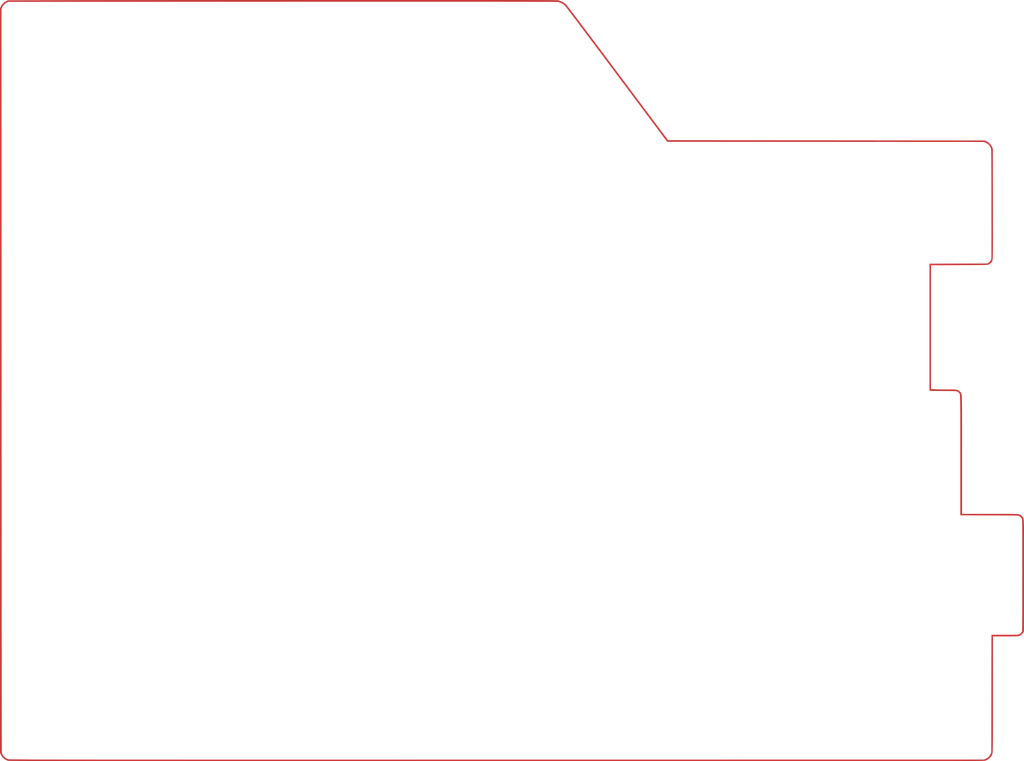
<source format=kicad_pcb>

(kicad_pcb (version 4) (host pcbnew 4.0.7)

	(general
		(links 0)
		(no_connects 0)
		(area 77.052499 41.877835 92.193313 53.630501)
		(thickness 1.6)
		(drawings 8)
		(tracks 0)
		(zones 0)
		(modules 1)
		(nets 1)
	)

	(page A4)
	(layers
		(0 F.Cu signal)
		(31 B.Cu signal)
		(32 B.Adhes user)
		(33 F.Adhes user)
		(34 B.Paste user)
		(35 F.Paste user)
		(36 B.SilkS user)
		(37 F.SilkS user)
		(38 B.Mask user)
		(39 F.Mask user)
		(40 Dwgs.User user)
		(41 Cmts.User user)
		(42 Eco1.User user)
		(43 Eco2.User user)
		(44 Edge.Cuts user)
		(45 Margin user)
		(46 B.CrtYd user)
		(47 F.CrtYd user)
		(48 B.Fab user)
		(49 F.Fab user)
	)

	(setup
		(last_trace_width 0.25)
		(trace_clearance 0.2)
		(zone_clearance 0.508)
		(zone_45_only no)
		(trace_min 0.2)
		(segment_width 0.2)
		(edge_width 0.15)
		(via_size 0.6)
		(via_drill 0.4)
		(via_min_size 0.4)
		(via_min_drill 0.3)
		(uvia_size 0.3)
		(uvia_drill 0.1)
		(uvias_allowed no)
		(uvia_min_size 0.2)
		(uvia_min_drill 0.1)
		(pcb_text_width 0.3)
		(pcb_text_size 1.5 1.5)
		(mod_edge_width 0.15)
		(mod_text_size 1 1)
		(mod_text_width 0.15)
		(pad_size 1.524 1.524)
		(pad_drill 0.762)
		(pad_to_mask_clearance 0.2)
		(aux_axis_origin 0 0)
		(visible_elements FFFFFF7F)
		(pcbplotparams
			(layerselection 0x010f0_80000001)
			(usegerberextensions false)
			(excludeedgelayer true)
			(linewidth 0.100000)
			(plotframeref false)
			(viasonmask false)
			(mode 1)
			(useauxorigin false)
			(hpglpennumber 1)
			(hpglpenspeed 20)
			(hpglpendiameter 15)
			(hpglpenoverlay 2)
			(psnegative false)
			(psa4output false)
			(plotreference true)
			(plotvalue true)
			(plotinvisibletext false)
			(padsonsilk false)
			(subtractmaskfromsilk false)
			(outputformat 1)
			(mirror false)
			(drillshape 1)
			(scaleselection 1)
			(outputdirectory gerbers/))
	)

	(net 0 "")

	(net_class Default "This is the default net class."
		(clearance 0.2)
		(trace_width 0.25)
		(via_dia 0.6)
		(via_drill 0.4)
		(uvia_dia 0.3)
		(uvia_drill 0.1)
	)
(module LOGO (layer F.Cu)
  (at 0 0)
 (fp_text reference "G***" (at 0 0) (layer F.SilkS) hide
  (effects (font (thickness 0.3)))
  )
  (fp_text value "LOGO" (at 0.75 0) (layer F.SilkS) hide
  (effects (font (thickness 0.3)))
  )
  (fp_poly (pts (xy -13.777819 -59.768964) (xy -12.368968 -59.768843) (xy -11.029468 -59.768655) (xy -9.757619 -59.768397) (xy -8.551718 -59.768065) (xy -7.410065 -59.767657) (xy -6.330957 -59.767170) (xy -5.312693 -59.766601)
     (xy -4.353571 -59.765948) (xy -3.451890 -59.765206) (xy -2.605948 -59.764374) (xy -1.814043 -59.763448) (xy -1.074474 -59.762426) (xy -0.385539 -59.761305) (xy 0.254464 -59.760081) (xy 0.847235 -59.758753)
     (xy 1.394478 -59.757316) (xy 1.897893 -59.755769) (xy 2.359182 -59.754108) (xy 2.780046 -59.752330) (xy 3.162188 -59.750433) (xy 3.507309 -59.748413) (xy 3.817110 -59.746268) (xy 4.093294 -59.743995)
     (xy 4.337561 -59.741591) (xy 4.551614 -59.739053) (xy 4.737154 -59.736378) (xy 4.895882 -59.733563) (xy 5.029501 -59.730605) (xy 5.139712 -59.727502) (xy 5.228216 -59.724251) (xy 5.296715 -59.720849)
     (xy 5.346912 -59.717292) (xy 5.380507 -59.713578) (xy 5.392034 -59.711572) (xy 5.734936 -59.607648) (xy 6.079377 -59.447467) (xy 6.392064 -59.248015) (xy 6.540942 -59.125450) (xy 6.593644 -59.066250)
     (xy 6.696652 -58.939063) (xy 6.849913 -58.743963) (xy 7.053369 -58.481023) (xy 7.306967 -58.150318) (xy 7.610650 -57.751919) (xy 7.964364 -57.285901) (xy 8.368053 -56.752336) (xy 8.821662 -56.151298)
     (xy 9.325136 -55.482860) (xy 9.878419 -54.747096) (xy 10.481455 -53.944078) (xy 11.134191 -53.073881) (xy 11.836570 -52.136577) (xy 12.588537 -51.132240) (xy 13.390037 -50.060942) (xy 14.241014 -48.922758)
     (xy 14.514867 -48.556333) (xy 22.249806 -38.205833) (xy 46.589653 -38.184667) (xy 70.929500 -38.163500) (xy 71.213163 -38.029117) (xy 71.535966 -37.830888) (xy 71.801981 -37.570628) (xy 72.006428 -37.253117)
     (xy 72.022784 -37.219497) (xy 72.157167 -36.935833) (xy 72.168765 -28.405667) (xy 72.170229 -27.391462) (xy 72.171679 -26.458450) (xy 72.173007 -25.603156) (xy 72.174104 -24.822104) (xy 72.174864 -24.111821)
     (xy 72.175178 -23.468832) (xy 72.174939 -22.889663) (xy 72.174040 -22.370838) (xy 72.172371 -21.908884) (xy 72.169826 -21.500327) (xy 72.166297 -21.141690) (xy 72.161675 -20.829501) (xy 72.155854 -20.560284)
     (xy 72.148726 -20.330566) (xy 72.140183 -20.136870) (xy 72.130116 -19.975724) (xy 72.118419 -19.843652) (xy 72.104984 -19.737180) (xy 72.089703 -19.652834) (xy 72.072467 -19.587138) (xy 72.053171 -19.536619)
     (xy 72.031704 -19.497802) (xy 72.007961 -19.467212) (xy 71.981833 -19.441375) (xy 71.953213 -19.416817) (xy 71.921992 -19.390062) (xy 71.888205 -19.357784) (xy 71.759759 -19.243437) (xy 71.618242 -19.143114)
     (xy 71.562681 -19.111899) (xy 71.533100 -19.098359) (xy 71.498802 -19.086324) (xy 71.454730 -19.075669) (xy 71.395829 -19.066272) (xy 71.317043 -19.058007) (xy 71.213316 -19.050752) (xy 71.079592 -19.044380)
     (xy 70.910817 -19.038770) (xy 70.701934 -19.033797) (xy 70.447887 -19.029336) (xy 70.143621 -19.025263) (xy 69.784081 -19.021455) (xy 69.364210 -19.017788) (xy 68.878952 -19.014137) (xy 68.323252 -19.010379)
     (xy 67.692055 -19.006389) (xy 67.119500 -19.002887) (xy 66.523307 -18.999219) (xy 65.949934 -18.995591) (xy 65.405191 -18.992048) (xy 64.894884 -18.988630) (xy 64.424822 -18.985380) (xy 64.000812 -18.982340)
     (xy 63.628664 -18.979553) (xy 63.314185 -18.977060) (xy 63.063183 -18.974904) (xy 62.881466 -18.973127) (xy 62.774843 -18.971771) (xy 62.748583 -18.971137) (xy 62.653333 -18.965333) (xy 62.653333 0.071370)
     (xy 63.358594 0.099185) (xy 63.594451 0.106678) (xy 63.895072 0.113438) (xy 64.240559 0.119178) (xy 64.611012 0.123613) (xy 64.986531 0.126454) (xy 65.316511 0.127413) (xy 65.675746 0.127733)
     (xy 65.960876 0.128906) (xy 66.182462 0.131648) (xy 66.351065 0.136673) (xy 66.477247 0.144697) (xy 66.571568 0.156435) (xy 66.644590 0.172604) (xy 66.706874 0.193918) (xy 66.768982 0.221093)
     (xy 66.780833 0.226604) (xy 66.939803 0.321133) (xy 67.095181 0.445006) (xy 67.148861 0.498834) (xy 67.181172 0.532387) (xy 67.210986 0.560756) (xy 67.238402 0.587302) (xy 67.263520 0.615389)
     (xy 67.286441 0.648377) (xy 67.307264 0.689630) (xy 67.326090 0.742508) (xy 67.343017 0.810375) (xy 67.358147 0.896592) (xy 67.371579 1.004522) (xy 67.383414 1.137527) (xy 67.393750 1.298968)
     (xy 67.402689 1.492207) (xy 67.410329 1.720608) (xy 67.416772 1.987532) (xy 67.422117 2.296340) (xy 67.426464 2.650396) (xy 67.429913 3.053061) (xy 67.432564 3.507697) (xy 67.434517 4.017667)
     (xy 67.435872 4.586332) (xy 67.436728 5.217054) (xy 67.437187 5.913197) (xy 67.437347 6.678121) (xy 67.437309 7.515189) (xy 67.437173 8.427762) (xy 67.437039 9.419204) (xy 67.437000 10.188850)
     (xy 67.437000 19.261667) (xy 71.726292 19.261667) (xy 72.445791 19.261541) (xy 73.085626 19.261397) (xy 73.650797 19.261583) (xy 74.146306 19.262446) (xy 74.577156 19.264334) (xy 74.948345 19.267596)
     (xy 75.264878 19.272580) (xy 75.531753 19.279633) (xy 75.753974 19.289104) (xy 75.936541 19.301340) (xy 76.084455 19.316690) (xy 76.202719 19.335502) (xy 76.296333 19.358124) (xy 76.370298 19.384903)
     (xy 76.429616 19.416189) (xy 76.479289 19.452328) (xy 76.524318 19.493669) (xy 76.569703 19.540560) (xy 76.620447 19.593349) (xy 76.629934 19.602902) (xy 76.668365 19.638733) (xy 76.703747 19.668540)
     (xy 76.736201 19.695786) (xy 76.765848 19.723932) (xy 76.792810 19.756441) (xy 76.817207 19.796775) (xy 76.839162 19.848395) (xy 76.858795 19.914765) (xy 76.876228 19.999346) (xy 76.891581 20.105600)
     (xy 76.904978 20.236989) (xy 76.916538 20.396976) (xy 76.926383 20.589022) (xy 76.934635 20.816591) (xy 76.941414 21.083142) (xy 76.946843 21.392140) (xy 76.951042 21.747046) (xy 76.954132 22.151322)
     (xy 76.956236 22.608430) (xy 76.957474 23.121832) (xy 76.957968 23.694991) (xy 76.957839 24.331368) (xy 76.957208 25.034426) (xy 76.956197 25.807627) (xy 76.954927 26.654433) (xy 76.953519 27.578306)
     (xy 76.952095 28.582707) (xy 76.951825 28.788323) (xy 76.940833 37.316833) (xy 76.847353 37.491594) (xy 76.726384 37.665125) (xy 76.562402 37.831257) (xy 76.381662 37.967044) (xy 76.210423 38.049535)
     (xy 76.208177 38.050215) (xy 76.129886 38.063611) (xy 75.989676 38.074766) (xy 75.783890 38.083766) (xy 75.508874 38.090699) (xy 75.160974 38.095651) (xy 74.736536 38.098709) (xy 74.231903 38.099959)
     (xy 74.110172 38.100000) (xy 72.178333 38.100000) (xy 72.178333 47.003483) (xy 72.178407 48.040758) (xy 72.178559 48.996798) (xy 72.178687 49.875038) (xy 72.178688 50.678909) (xy 72.178460 51.411844)
     (xy 72.177901 52.077275) (xy 72.176907 52.678635) (xy 72.175376 53.219358) (xy 72.173205 53.702874) (xy 72.170293 54.132618) (xy 72.166535 54.512021) (xy 72.161831 54.844517) (xy 72.156076 55.133537)
     (xy 72.149169 55.382515) (xy 72.141006 55.594883) (xy 72.131486 55.774073) (xy 72.120506 55.923518) (xy 72.107962 56.046652) (xy 72.093753 56.146906) (xy 72.077776 56.227713) (xy 72.059929 56.292505)
     (xy 72.040108 56.344716) (xy 72.018211 56.387778) (xy 71.994135 56.425123) (xy 71.967779 56.460184) (xy 71.939039 56.496394) (xy 71.907813 56.537185) (xy 71.892764 56.558177) (xy 71.653893 56.832233)
     (xy 71.366554 57.047279) (xy 71.046778 57.191360) (xy 71.041457 57.193032) (xy 71.030152 57.196442) (xy 71.017617 57.199759) (xy 71.002686 57.202984) (xy 70.984193 57.206117) (xy 70.960971 57.209160)
     (xy 70.931853 57.212115) (xy 70.895675 57.214982) (xy 70.851268 57.217764) (xy 70.797468 57.220460) (xy 70.733107 57.223073) (xy 70.657020 57.225603) (xy 70.568039 57.228052) (xy 70.464999 57.230422)
     (xy 70.346733 57.232712) (xy 70.212074 57.234926) (xy 70.059858 57.237063) (xy 69.888916 57.239126) (xy 69.698084 57.241115) (xy 69.486194 57.243032) (xy 69.252080 57.244878) (xy 68.994576 57.246654)
     (xy 68.712515 57.248362) (xy 68.404732 57.250002) (xy 68.070059 57.251576) (xy 67.707331 57.253086) (xy 67.315381 57.254532) (xy 66.893042 57.255916) (xy 66.439149 57.257239) (xy 65.952536 57.258502)
     (xy 65.432035 57.259707) (xy 64.876480 57.260854) (xy 64.284705 57.261946) (xy 63.655545 57.262983) (xy 62.987831 57.263966) (xy 62.280399 57.264898) (xy 61.532081 57.265778) (xy 60.741712 57.266609)
     (xy 59.908125 57.267392) (xy 59.030153 57.268127) (xy 58.106631 57.268817) (xy 57.136392 57.269462) (xy 56.118269 57.270064) (xy 55.051097 57.270623) (xy 53.933709 57.271142) (xy 52.764938 57.271621)
     (xy 51.543619 57.272062) (xy 50.268584 57.272466) (xy 48.938669 57.272834) (xy 47.552705 57.273168) (xy 46.109528 57.273468) (xy 44.607970 57.273736) (xy 43.046865 57.273974) (xy 41.425048 57.274182)
     (xy 39.741351 57.274362) (xy 37.994608 57.274514) (xy 36.183653 57.274642) (xy 34.307319 57.274744) (xy 32.364441 57.274824) (xy 30.353852 57.274881) (xy 28.274385 57.274918) (xy 26.124875 57.274936)
     (xy 23.904154 57.274935) (xy 21.611057 57.274917) (xy 19.244417 57.274884) (xy 16.803067 57.274836) (xy 14.285843 57.274775) (xy 11.691576 57.274703) (xy 9.019101 57.274619) (xy 6.267252 57.274527)
     (xy 3.434862 57.274426) (xy 0.520765 57.274318) (xy -2.476206 57.274205) (xy -4.121376 57.274143) (xy -7.279136 57.274011) (xy -10.353207 57.273861) (xy -13.344570 57.273692) (xy -16.254203 57.273502)
     (xy -19.083084 57.273292) (xy -21.832192 57.273059) (xy -24.502506 57.272805) (xy -27.095006 57.272527) (xy -29.610669 57.272226) (xy -32.050475 57.271900) (xy -34.415402 57.271548) (xy -36.706430 57.271171)
     (xy -38.924536 57.270767) (xy -41.070700 57.270336) (xy -43.145901 57.269877) (xy -45.151117 57.269389) (xy -47.087327 57.268871) (xy -48.955510 57.268323) (xy -50.756646 57.267745) (xy -52.491711 57.267134)
     (xy -54.161686 57.266491) (xy -55.767550 57.265815) (xy -57.310280 57.265105) (xy -58.790856 57.264361) (xy -60.210257 57.263581) (xy -61.569461 57.262765) (xy -62.869448 57.261913) (xy -64.111195 57.261023)
     (xy -65.295683 57.260095) (xy -66.423889 57.259128) (xy -67.496792 57.258122) (xy -68.515372 57.257075) (xy -69.480607 57.255988) (xy -70.393475 57.254858) (xy -71.254957 57.253687) (xy -72.066029 57.252472)
     (xy -72.827672 57.251213) (xy -73.540864 57.249909) (xy -74.206584 57.248560) (xy -74.825811 57.247166) (xy -75.399523 57.245724) (xy -75.928700 57.244235) (xy -76.414319 57.242698) (xy -76.857361 57.241112)
     (xy -77.258803 57.239476) (xy -77.619625 57.237790) (xy -77.940805 57.236053) (xy -78.223322 57.234264) (xy -78.468155 57.232423) (xy -78.676282 57.230528) (xy -78.848684 57.228580) (xy -78.986337 57.226577)
     (xy -79.090222 57.224518) (xy -79.161317 57.222404) (xy -79.200600 57.220232) (xy -79.208658 57.219115) (xy -79.499747 57.101349) (xy -79.778478 56.916353) (xy -80.025691 56.681289) (xy -80.222225 56.413320)
     (xy -80.313928 56.229108) (xy -80.412167 55.985833) (xy -80.412167 -58.405837) (xy -80.190437 -58.405837) (xy -80.182271 -1.264108) (xy -80.181932 0.935512) (xy -80.181546 3.114937) (xy -80.181114 5.272622)
     (xy -80.180638 7.407018) (xy -80.180119 9.516579) (xy -80.179558 11.599759) (xy -80.178955 13.655009) (xy -80.178313 15.680783) (xy -80.177632 17.675535) (xy -80.176914 19.637717) (xy -80.176159 21.565782)
     (xy -80.175368 23.458184) (xy -80.174544 25.313376) (xy -80.173687 27.129810) (xy -80.172798 28.905939) (xy -80.171878 30.640218) (xy -80.170929 32.331098) (xy -80.169951 33.977033) (xy -80.168946 35.576476)
     (xy -80.167915 37.127880) (xy -80.166858 38.629699) (xy -80.165778 40.080384) (xy -80.164675 41.478390) (xy -80.163551 42.822169) (xy -80.162406 44.110175) (xy -80.161242 45.340860) (xy -80.160060 46.512678)
     (xy -80.158861 47.624082) (xy -80.157646 48.673524) (xy -80.156416 49.659458) (xy -80.155172 50.580337) (xy -80.153916 51.434614) (xy -80.152649 52.220742) (xy -80.151372 52.937175) (xy -80.150085 53.582364)
     (xy -80.148791 54.154764) (xy -80.147490 54.652827) (xy -80.146184 55.075006) (xy -80.144873 55.419756) (xy -80.143558 55.685527) (xy -80.142242 55.870775) (xy -80.140924 55.973951) (xy -80.140031 55.996432)
     (xy -80.008077 56.308265) (xy -79.808336 56.579726) (xy -79.552668 56.799167) (xy -79.252932 56.954936) (xy -79.121000 56.997440) (xy -79.104533 56.999999) (xy -79.073748 57.002487) (xy -79.027519 57.004905)
     (xy -78.964718 57.007253) (xy -78.884219 57.009532) (xy -78.784895 57.011743) (xy -78.665620 57.013888) (xy -78.525267 57.015966) (xy -78.362709 57.017978) (xy -78.176820 57.019926) (xy -77.966472 57.021810)
     (xy -77.730539 57.023631) (xy -77.467895 57.025390) (xy -77.177413 57.027087) (xy -76.857965 57.028724) (xy -76.508426 57.030302) (xy -76.127669 57.031820) (xy -75.714567 57.033280) (xy -75.267993 57.034683)
     (xy -74.786820 57.036030) (xy -74.269923 57.037321) (xy -73.716174 57.038557) (xy -73.124446 57.039739) (xy -72.493613 57.040868) (xy -71.822548 57.041944) (xy -71.110125 57.042969) (xy -70.355217 57.043944)
     (xy -69.556696 57.044868) (xy -68.713437 57.045743) (xy -67.824313 57.046570) (xy -66.888197 57.047350) (xy -65.903962 57.048083) (xy -64.870482 57.048770) (xy -63.786630 57.049412) (xy -62.651279 57.050010)
     (xy -61.463302 57.050565) (xy -60.221574 57.051077) (xy -58.924967 57.051547) (xy -57.572354 57.051977) (xy -56.162609 57.052366) (xy -54.694605 57.052716) (xy -53.167216 57.053028) (xy -51.579314 57.053302)
     (xy -49.929774 57.053539) (xy -48.217468 57.053740) (xy -46.441269 57.053906) (xy -44.600052 57.054038) (xy -42.692689 57.054136) (xy -40.718053 57.054202) (xy -38.675019 57.054235) (xy -36.562458 57.054238)
     (xy -34.379246 57.054210) (xy -32.124254 57.054153) (xy -29.796356 57.054067) (xy -27.394426 57.053953) (xy -24.917336 57.053813) (xy -22.363961 57.053646) (xy -19.733173 57.053454) (xy -17.023846 57.053237)
     (xy -14.234853 57.052997) (xy -11.365067 57.052734) (xy -8.413362 57.052448) (xy -5.378611 57.052142) (xy -4.021667 57.052001) (xy 70.844833 57.044167) (xy 71.082747 56.932611) (xy 71.386193 56.750146)
     (xy 71.626507 56.514120) (xy 71.807507 56.225591) (xy 71.945500 55.945293) (xy 71.956468 46.895646) (xy 71.967435 37.846000) (xy 74.043486 37.846000) (xy 74.532169 37.845628) (xy 74.942988 37.844388)
     (xy 75.282744 37.842093) (xy 75.558239 37.838559) (xy 75.776272 37.833599) (xy 75.943644 37.827026) (xy 76.067156 37.818656) (xy 76.153608 37.808303) (xy 76.209801 37.795779) (xy 76.233852 37.786112)
     (xy 76.371751 37.689226) (xy 76.509837 37.553289) (xy 76.620001 37.408521) (xy 76.663070 37.324661) (xy 76.668994 37.274738) (xy 76.674474 37.156805) (xy 76.679514 36.969690) (xy 76.684122 36.712218)
     (xy 76.688304 36.383216) (xy 76.692064 35.981510) (xy 76.695411 35.505928) (xy 76.698349 34.955295) (xy 76.700884 34.328437) (xy 76.703024 33.624183) (xy 76.704773 32.841357) (xy 76.706139 31.978786)
     (xy 76.707127 31.035298) (xy 76.707743 30.009717) (xy 76.707993 28.900872) (xy 76.708000 28.676391) (xy 76.707983 27.676706) (xy 76.707911 26.758183) (xy 76.707752 25.917314) (xy 76.707472 25.150594)
     (xy 76.707039 24.454518) (xy 76.706422 23.825579) (xy 76.705586 23.260272) (xy 76.704500 22.755090) (xy 76.703132 22.306529) (xy 76.701448 21.911081) (xy 76.699417 21.565242) (xy 76.697005 21.265505)
     (xy 76.694181 21.008364) (xy 76.690911 20.790314) (xy 76.687163 20.607849) (xy 76.682906 20.457463) (xy 76.678105 20.335651) (xy 76.672729 20.238905) (xy 76.666745 20.163721) (xy 76.660121 20.106593)
     (xy 76.652824 20.064014) (xy 76.644821 20.032479) (xy 76.636081 20.008483) (xy 76.627453 19.990230) (xy 76.490167 19.789764) (xy 76.298347 19.630879) (xy 76.200000 19.573535) (xy 76.173387 19.560868)
     (xy 76.140506 19.549605) (xy 76.096428 19.539648) (xy 76.036222 19.530900) (xy 75.954956 19.523264) (xy 75.847702 19.516643) (xy 75.709527 19.510939) (xy 75.535502 19.506056) (xy 75.320697 19.501895)
     (xy 75.060180 19.498360) (xy 74.749021 19.495353) (xy 74.382290 19.492778) (xy 73.955057 19.490536) (xy 73.462390 19.488531) (xy 72.899359 19.486666) (xy 72.261034 19.484843) (xy 71.617417 19.483156)
     (xy 67.183000 19.471812) (xy 67.183000 10.241804) (xy 67.183067 9.191396) (xy 67.183213 8.222312) (xy 67.183349 7.331208) (xy 67.183391 6.514739) (xy 67.183251 5.769563) (xy 67.182844 5.092336)
     (xy 67.182083 4.479714) (xy 67.180882 3.928355) (xy 67.179155 3.434914) (xy 67.176816 2.996048) (xy 67.173777 2.608414) (xy 67.169954 2.268668) (xy 67.165259 1.973466) (xy 67.159606 1.719466)
     (xy 67.152910 1.503323) (xy 67.145083 1.321694) (xy 67.136040 1.171236) (xy 67.125694 1.048605) (xy 67.113960 0.950457) (xy 67.100750 0.873450) (xy 67.085978 0.814239) (xy 67.069559 0.769482)
     (xy 67.051406 0.735834) (xy 67.031432 0.709952) (xy 67.009552 0.688493) (xy 66.985679 0.668113) (xy 66.959726 0.645468) (xy 66.934750 0.620637) (xy 66.881412 0.562942) (xy 66.832586 0.514447)
     (xy 66.780774 0.474309) (xy 66.718477 0.441685) (xy 66.638200 0.415732) (xy 66.532443 0.395605) (xy 66.393710 0.380461) (xy 66.214502 0.369458) (xy 65.987323 0.361751) (xy 65.704674 0.356498)
     (xy 65.359057 0.352855) (xy 64.942976 0.349978) (xy 64.505417 0.347368) (xy 62.441667 0.334902) (xy 62.441667 -19.217445) (xy 66.879423 -19.228973) (xy 71.317180 -19.240500) (xy 71.523634 -19.368154)
     (xy 71.695516 -19.502813) (xy 71.824347 -19.678150) (xy 71.848378 -19.722238) (xy 71.966666 -19.948668) (xy 71.966667 -28.260251) (xy 71.966508 -29.342739) (xy 71.966026 -30.342586) (xy 71.965209 -31.261817)
     (xy 71.964045 -32.102455) (xy 71.962524 -32.866527) (xy 71.960633 -33.556056) (xy 71.958362 -34.173066) (xy 71.955700 -34.719584) (xy 71.952634 -35.197634) (xy 71.949155 -35.609239) (xy 71.945250 -35.956426)
     (xy 71.940909 -36.241218) (xy 71.936119 -36.465641) (xy 71.930870 -36.631719) (xy 71.925151 -36.741476) (xy 71.919117 -36.796166) (xy 71.873934 -36.963381) (xy 71.814558 -37.127304) (xy 71.787620 -37.186379)
     (xy 71.652226 -37.387130) (xy 71.461550 -37.582993) (xy 71.242702 -37.749575) (xy 71.046405 -37.853359) (xy 70.802500 -37.951833) (xy 46.460833 -37.964113) (xy 22.119167 -37.976393) (xy 14.352324 -48.371931)
     (xy 13.617934 -49.354573) (xy 12.911262 -50.299517) (xy 12.233581 -51.205074) (xy 11.586165 -52.069555) (xy 10.970287 -52.891271) (xy 10.387220 -53.668531) (xy 9.838237 -54.399648) (xy 9.324612 -55.082931)
     (xy 8.847617 -55.716691) (xy 8.408527 -56.299239) (xy 8.008614 -56.828885) (xy 7.649151 -57.303940) (xy 7.331412 -57.722715) (xy 7.056671 -58.083521) (xy 6.826199 -58.384667) (xy 6.641271 -58.624466)
     (xy 6.503159 -58.801226) (xy 6.413137 -58.913260) (xy 6.374180 -58.957449) (xy 6.073027 -59.180374) (xy 5.720171 -59.360917) (xy 5.458246 -59.453635) (xy 5.440879 -59.457273) (xy 5.413255 -59.460776)
     (xy 5.373840 -59.464145) (xy 5.321102 -59.467383) (xy 5.253508 -59.470492) (xy 5.169526 -59.473474) (xy 5.067622 -59.476331) (xy 4.946265 -59.479066) (xy 4.803921 -59.481679) (xy 4.639058 -59.484173)
     (xy 4.450143 -59.486550) (xy 4.235643 -59.488813) (xy 3.994027 -59.490962) (xy 3.723760 -59.493002) (xy 3.423311 -59.494932) (xy 3.091147 -59.496756) (xy 2.725736 -59.498475) (xy 2.325543 -59.500091)
     (xy 1.889038 -59.501607) (xy 1.414687 -59.503025) (xy 0.900957 -59.504346) (xy 0.346316 -59.505573) (xy -0.250768 -59.506708) (xy -0.891829 -59.507752) (xy -1.578400 -59.508708) (xy -2.312012 -59.509577)
     (xy -3.094198 -59.510363) (xy -3.926492 -59.511066) (xy -4.810425 -59.511690) (xy -5.747531 -59.512235) (xy -6.739341 -59.512704) (xy -7.787390 -59.513100) (xy -8.893209 -59.513423) (xy -10.058331 -59.513677)
     (xy -11.284289 -59.513862) (xy -12.572615 -59.513982) (xy -13.924843 -59.514039) (xy -15.342504 -59.514033) (xy -16.827131 -59.513968) (xy -18.380258 -59.513845) (xy -20.003416 -59.513667) (xy -21.698139 -59.513435)
     (xy -23.465959 -59.513152) (xy -25.308408 -59.512819) (xy -27.227020 -59.512439) (xy -29.223327 -59.512013) (xy -31.298862 -59.511545) (xy -33.455157 -59.511035) (xy -35.693745 -59.510485) (xy -36.957541 -59.510168)
     (xy -79.142167 -59.499500) (xy -79.341863 -59.407244) (xy -79.602935 -59.246066) (xy -79.837691 -59.024821) (xy -80.021861 -58.768084) (xy -80.073569 -58.666255) (xy -80.190437 -58.405837) (xy -80.412167 -58.405837)
     (xy -80.412167 -58.483500) (xy -80.313928 -58.726775) (xy -80.159976 -59.006706) (xy -79.941002 -59.263648) (xy -79.676619 -59.476964) (xy -79.510204 -59.572563) (xy -79.228704 -59.711167) (xy -69.914436 -59.736830)
     (xy -69.382051 -59.738180) (xy -68.767878 -59.739528) (xy -68.074798 -59.740870) (xy -67.305688 -59.742205) (xy -66.463428 -59.743531) (xy -65.550898 -59.744845) (xy -64.570977 -59.746145) (xy -63.526543 -59.747430)
     (xy -62.420476 -59.748697) (xy -61.255656 -59.749944) (xy -60.034960 -59.751168) (xy -58.761270 -59.752368) (xy -57.437463 -59.753542) (xy -56.066420 -59.754688) (xy -54.651019 -59.755803) (xy -53.194139 -59.756885)
     (xy -51.698660 -59.757932) (xy -50.167461 -59.758942) (xy -48.603420 -59.759913) (xy -47.009419 -59.760843) (xy -45.388334 -59.761730) (xy -43.743047 -59.762571) (xy -42.076435 -59.763365) (xy -40.391379 -59.764109)
     (xy -38.690757 -59.764801) (xy -36.977448 -59.765439) (xy -35.254333 -59.766021) (xy -33.524289 -59.766545) (xy -31.790197 -59.767009) (xy -30.054935 -59.767411) (xy -28.321382 -59.767748) (xy -27.749500 -59.767845)
     (xy -25.724574 -59.768160) (xy -23.782613 -59.768431) (xy -21.921915 -59.768655) (xy -20.140779 -59.768829) (xy -18.437503 -59.768949) (xy -16.810385 -59.769014) (xy -15.257725 -59.769020) (xy -13.777819 -59.768964) )(layer F.Cu) (width  0.010000)
  )
)

)

</source>
